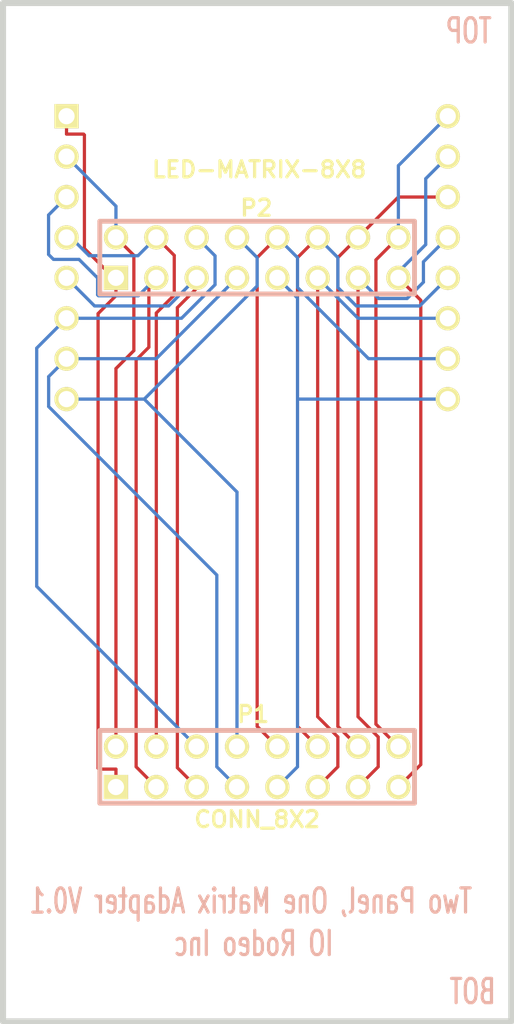
<source format=kicad_pcb>
(kicad_pcb (version 20171130) (host pcbnew 5.1.10)

  (general
    (thickness 1.6002)
    (drawings 8)
    (tracks 119)
    (zones 0)
    (modules 3)
    (nets 17)
  )

  (page A4)
  (title_block
    (date "17 apr 2013")
  )

  (layers
    (0 Front signal)
    (31 Back signal)
    (32 B.Adhes user)
    (33 F.Adhes user)
    (34 B.Paste user)
    (35 F.Paste user)
    (36 B.SilkS user)
    (37 F.SilkS user)
    (38 B.Mask user)
    (39 F.Mask user)
    (40 Dwgs.User user)
    (41 Cmts.User user)
    (42 Eco1.User user)
    (43 Eco2.User user)
    (44 Edge.Cuts user)
  )

  (setup
    (last_trace_width 0.2032)
    (trace_clearance 0.254)
    (zone_clearance 0.508)
    (zone_45_only no)
    (trace_min 0.2032)
    (via_size 0.889)
    (via_drill 0.635)
    (via_min_size 0.889)
    (via_min_drill 0.508)
    (uvia_size 0.508)
    (uvia_drill 0.127)
    (uvias_allowed no)
    (uvia_min_size 0.508)
    (uvia_min_drill 0.127)
    (edge_width 0.381)
    (segment_width 0.381)
    (pcb_text_width 0.3048)
    (pcb_text_size 1.524 2.032)
    (mod_edge_width 0.381)
    (mod_text_size 1.524 1.524)
    (mod_text_width 0.3048)
    (pad_size 1.524 1.524)
    (pad_drill 0.8128)
    (pad_to_mask_clearance 0.254)
    (aux_axis_origin 0 0)
    (visible_elements FFFFFF7F)
    (pcbplotparams
      (layerselection 0x00030_ffffffff)
      (usegerberextensions true)
      (usegerberattributes true)
      (usegerberadvancedattributes true)
      (creategerberjobfile true)
      (excludeedgelayer true)
      (linewidth 0.150000)
      (plotframeref false)
      (viasonmask false)
      (mode 1)
      (useauxorigin false)
      (hpglpennumber 1)
      (hpglpenspeed 20)
      (hpglpendiameter 15.000000)
      (psnegative false)
      (psa4output false)
      (plotreference true)
      (plotvalue true)
      (plotinvisibletext false)
      (padsonsilk false)
      (subtractmaskfromsilk false)
      (outputformat 1)
      (mirror false)
      (drillshape 1)
      (scaleselection 1)
      (outputdirectory ""))
  )

  (net 0 "")
  (net 1 /COL1)
  (net 2 /COL10)
  (net 3 /COL11)
  (net 4 /COL12)
  (net 5 /COL13)
  (net 6 /COL14)
  (net 7 /COL15)
  (net 8 /COL16)
  (net 9 /ROW1)
  (net 10 /ROW2)
  (net 11 /ROW3)
  (net 12 /ROW4)
  (net 13 /ROW5)
  (net 14 /ROW6)
  (net 15 /ROW7)
  (net 16 /ROW8)

  (net_class Default "This is the default net class."
    (clearance 0.254)
    (trace_width 0.2032)
    (via_dia 0.889)
    (via_drill 0.635)
    (uvia_dia 0.508)
    (uvia_drill 0.127)
    (add_net /COL1)
    (add_net /COL10)
    (add_net /COL11)
    (add_net /COL12)
    (add_net /COL13)
    (add_net /COL14)
    (add_net /COL15)
    (add_net /COL16)
    (add_net /ROW1)
    (add_net /ROW2)
    (add_net /ROW3)
    (add_net /ROW4)
    (add_net /ROW5)
    (add_net /ROW6)
    (add_net /ROW7)
    (add_net /ROW8)
  )

  (module pin_array_8x2_custom (layer Front) (tedit 51687AC4) (tstamp 516879BA)
    (at 66.79946 98.80092)
    (descr "Double rangee de contacts 2 x 8 pins")
    (tags CONN)
    (path /5161B211)
    (fp_text reference P1 (at -0.254 -3.302) (layer F.SilkS)
      (effects (font (size 1.016 1.016) (thickness 0.2032)))
    )
    (fp_text value CONN_8X2 (at 0 3.302) (layer F.SilkS)
      (effects (font (size 1.016 1.016) (thickness 0.2032)))
    )
    (fp_line (start -9.906 2.286) (end -9.906 -2.286) (layer B.SilkS) (width 0.3048))
    (fp_line (start -9.906 -2.286) (end 9.906 -2.286) (layer B.SilkS) (width 0.3048))
    (fp_line (start 9.906 -2.286) (end 9.906 2.286) (layer B.SilkS) (width 0.3048))
    (fp_line (start 9.906 2.286) (end -9.906 2.286) (layer B.SilkS) (width 0.3048))
    (pad 1 thru_hole rect (at -8.89 1.27) (size 1.524 1.524) (drill 1.016) (layers *.Cu *.Mask F.SilkS)
      (net 13 /ROW5))
    (pad 2 thru_hole circle (at -8.89 -1.27) (size 1.524 1.524) (drill 1.016) (layers *.Cu *.Mask F.SilkS)
      (net 15 /ROW7))
    (pad 3 thru_hole circle (at -6.35 1.27) (size 1.524 1.524) (drill 1.016) (layers *.Cu *.Mask F.SilkS)
      (net 2 /COL10))
    (pad 4 thru_hole circle (at -6.35 -1.27) (size 1.524 1.524) (drill 1.016) (layers *.Cu *.Mask F.SilkS)
      (net 3 /COL11))
    (pad 5 thru_hole circle (at -3.81 1.27) (size 1.524 1.524) (drill 1.016) (layers *.Cu *.Mask F.SilkS)
      (net 16 /ROW8))
    (pad 6 thru_hole circle (at -3.81 -1.27) (size 1.524 1.524) (drill 1.016) (layers *.Cu *.Mask F.SilkS)
      (net 5 /COL13))
    (pad 7 thru_hole circle (at -1.27 1.27) (size 1.524 1.524) (drill 1.016) (layers *.Cu *.Mask F.SilkS)
      (net 14 /ROW6))
    (pad 8 thru_hole circle (at -1.27 -1.27) (size 1.524 1.524) (drill 1.016) (layers *.Cu *.Mask F.SilkS)
      (net 11 /ROW3))
    (pad 9 thru_hole circle (at 1.27 1.27) (size 1.524 1.524) (drill 1.016) (layers *.Cu *.Mask F.SilkS)
      (net 9 /ROW1))
    (pad 10 thru_hole circle (at 1.27 -1.27) (size 1.524 1.524) (drill 1.016) (layers *.Cu *.Mask F.SilkS)
      (net 4 /COL12))
    (pad 11 thru_hole circle (at 3.81 1.27) (size 1.524 1.524) (drill 1.016) (layers *.Cu *.Mask F.SilkS)
      (net 6 /COL14))
    (pad 12 thru_hole circle (at 3.81 -1.27) (size 1.524 1.524) (drill 1.016) (layers *.Cu *.Mask F.SilkS)
      (net 12 /ROW4))
    (pad 13 thru_hole circle (at 6.35 1.27) (size 1.524 1.524) (drill 1.016) (layers *.Cu *.Mask F.SilkS)
      (net 1 /COL1))
    (pad 14 thru_hole circle (at 6.35 -1.27) (size 1.524 1.524) (drill 1.016) (layers *.Cu *.Mask F.SilkS)
      (net 10 /ROW2))
    (pad 15 thru_hole circle (at 8.89 1.27) (size 1.524 1.524) (drill 1.016) (layers *.Cu *.Mask F.SilkS)
      (net 7 /COL15))
    (pad 16 thru_hole circle (at 8.89 -1.27) (size 1.524 1.524) (drill 1.016) (layers *.Cu *.Mask F.SilkS)
      (net 8 /COL16))
    (model pin_array/pins_array_8x2.wrl
      (at (xyz 0 0 0))
      (scale (xyz 1 1 1))
      (rotate (xyz 0 0 0))
    )
  )

  (module pin_array_8x2_custom (layer Front) (tedit 51687A91) (tstamp 516879BC)
    (at 66.79946 66.79946)
    (descr "Double rangee de contacts 2 x 8 pins")
    (tags CONN)
    (path /5161BB2B)
    (fp_text reference P2 (at -0.04826 -3.12166) (layer F.SilkS)
      (effects (font (size 1.016 1.016) (thickness 0.2032)))
    )
    (fp_text value CONN_8X2 (at 0 3.302) (layer F.SilkS) hide
      (effects (font (size 1.016 1.016) (thickness 0.2032)))
    )
    (fp_line (start -9.906 2.286) (end -9.906 -2.286) (layer B.SilkS) (width 0.3048))
    (fp_line (start -9.906 -2.286) (end 9.906 -2.286) (layer B.SilkS) (width 0.3048))
    (fp_line (start 9.906 -2.286) (end 9.906 2.286) (layer B.SilkS) (width 0.3048))
    (fp_line (start 9.906 2.286) (end -9.906 2.286) (layer B.SilkS) (width 0.3048))
    (pad 1 thru_hole rect (at -8.89 1.27) (size 1.524 1.524) (drill 1.016) (layers *.Cu *.Mask F.SilkS)
      (net 13 /ROW5))
    (pad 2 thru_hole circle (at -8.89 -1.27) (size 1.524 1.524) (drill 1.016) (layers *.Cu *.Mask F.SilkS)
      (net 15 /ROW7))
    (pad 3 thru_hole circle (at -6.35 1.27) (size 1.524 1.524) (drill 1.016) (layers *.Cu *.Mask F.SilkS)
      (net 2 /COL10))
    (pad 4 thru_hole circle (at -6.35 -1.27) (size 1.524 1.524) (drill 1.016) (layers *.Cu *.Mask F.SilkS)
      (net 3 /COL11))
    (pad 5 thru_hole circle (at -3.81 1.27) (size 1.524 1.524) (drill 1.016) (layers *.Cu *.Mask F.SilkS)
      (net 16 /ROW8))
    (pad 6 thru_hole circle (at -3.81 -1.27) (size 1.524 1.524) (drill 1.016) (layers *.Cu *.Mask F.SilkS)
      (net 5 /COL13))
    (pad 7 thru_hole circle (at -1.27 1.27) (size 1.524 1.524) (drill 1.016) (layers *.Cu *.Mask F.SilkS)
      (net 14 /ROW6))
    (pad 8 thru_hole circle (at -1.27 -1.27) (size 1.524 1.524) (drill 1.016) (layers *.Cu *.Mask F.SilkS)
      (net 11 /ROW3))
    (pad 9 thru_hole circle (at 1.27 1.27) (size 1.524 1.524) (drill 1.016) (layers *.Cu *.Mask F.SilkS)
      (net 9 /ROW1))
    (pad 10 thru_hole circle (at 1.27 -1.27) (size 1.524 1.524) (drill 1.016) (layers *.Cu *.Mask F.SilkS)
      (net 4 /COL12))
    (pad 11 thru_hole circle (at 3.81 1.27) (size 1.524 1.524) (drill 1.016) (layers *.Cu *.Mask F.SilkS)
      (net 6 /COL14))
    (pad 12 thru_hole circle (at 3.81 -1.27) (size 1.524 1.524) (drill 1.016) (layers *.Cu *.Mask F.SilkS)
      (net 12 /ROW4))
    (pad 13 thru_hole circle (at 6.35 1.27) (size 1.524 1.524) (drill 1.016) (layers *.Cu *.Mask F.SilkS)
      (net 1 /COL1))
    (pad 14 thru_hole circle (at 6.35 -1.27) (size 1.524 1.524) (drill 1.016) (layers *.Cu *.Mask F.SilkS)
      (net 10 /ROW2))
    (pad 15 thru_hole circle (at 8.89 1.27) (size 1.524 1.524) (drill 1.016) (layers *.Cu *.Mask F.SilkS)
      (net 7 /COL15))
    (pad 16 thru_hole circle (at 8.89 -1.27) (size 1.524 1.524) (drill 1.016) (layers *.Cu *.Mask F.SilkS)
      (net 8 /COL16))
    (model pin_array/pins_array_8x2.wrl
      (at (xyz 0 0 0))
      (scale (xyz 1 1 1))
      (rotate (xyz 0 0 0))
    )
  )

  (module LED_8x8 (layer Front) (tedit 51688D76) (tstamp 516879BD)
    (at 66.79946 66.79946)
    (descr "LED 8x8 Matrix w/ 8x1 Peel-A-Way connectors (terminal type 210)")
    (tags LED)
    (path /5161B1D4)
    (fp_text reference M1 (at -14.47546 -8.65886) (layer F.SilkS) hide
      (effects (font (size 1.016 1.016) (thickness 0.2032)))
    )
    (fp_text value LED-MATRIX-8X8 (at 0.12954 -5.53466) (layer F.SilkS)
      (effects (font (size 1.016 1.016) (thickness 0.2032)))
    )
    (fp_line (start 15.99946 15.99946) (end -15.99946 15.99946) (layer Dwgs.User) (width 0.3048))
    (fp_line (start -15.99946 15.99946) (end -15.99946 -15.99946) (layer Dwgs.User) (width 0.3048))
    (fp_line (start -15.99946 -15.99946) (end 15.99946 -15.99946) (layer Dwgs.User) (width 0.3048))
    (fp_line (start 15.99946 -15.99946) (end 15.99946 15.99946) (layer Dwgs.User) (width 0.3048))
    (fp_line (start 10.72896 9.90854) (end 10.72896 -9.90346) (layer Dwgs.User) (width 0.3048))
    (fp_line (start 13.26896 -9.90346) (end 13.26896 9.90854) (layer Dwgs.User) (width 0.3048))
    (fp_line (start 13.26896 -9.90346) (end 10.72896 -9.90346) (layer Dwgs.User) (width 0.3048))
    (fp_line (start 13.26896 9.90854) (end 10.72896 9.90854) (layer Dwgs.User) (width 0.3048))
    (fp_line (start -10.7315 9.90854) (end -13.2715 9.90854) (layer Dwgs.User) (width 0.3048))
    (fp_line (start -10.7315 -9.90346) (end -13.2715 -9.90346) (layer Dwgs.User) (width 0.3048))
    (fp_line (start -10.7315 -9.90346) (end -10.7315 9.90854) (layer Dwgs.User) (width 0.3048))
    (fp_line (start -13.2715 9.90854) (end -13.2715 -9.90346) (layer Dwgs.User) (width 0.3048))
    (pad 9 thru_hole circle (at 11.99896 8.89254 270) (size 1.524 1.524) (drill 1.016) (layers *.Cu *.Mask F.SilkS)
      (net 9 /ROW1))
    (pad 10 thru_hole circle (at 11.99896 6.35254 270) (size 1.524 1.524) (drill 1.016) (layers *.Cu *.Mask F.SilkS)
      (net 4 /COL12))
    (pad 11 thru_hole circle (at 11.99896 3.81254 270) (size 1.524 1.524) (drill 1.016) (layers *.Cu *.Mask F.SilkS)
      (net 6 /COL14))
    (pad 12 thru_hole circle (at 11.99896 1.27254 270) (size 1.524 1.524) (drill 1.016) (layers *.Cu *.Mask F.SilkS)
      (net 12 /ROW4))
    (pad 13 thru_hole circle (at 11.99896 -1.26746 270) (size 1.524 1.524) (drill 1.016) (layers *.Cu *.Mask F.SilkS)
      (net 1 /COL1))
    (pad 14 thru_hole circle (at 11.99896 -3.80746 270) (size 1.524 1.524) (drill 1.016) (layers *.Cu *.Mask F.SilkS)
      (net 10 /ROW2))
    (pad 15 thru_hole circle (at 11.99896 -6.34746 270) (size 1.524 1.524) (drill 1.016) (layers *.Cu *.Mask F.SilkS)
      (net 7 /COL15))
    (pad 16 thru_hole circle (at 11.99896 -8.88746 180) (size 1.524 1.524) (drill 1.016) (layers *.Cu *.Mask F.SilkS)
      (net 8 /COL16))
    (pad 1 thru_hole rect (at -12.0015 -8.88746 180) (size 1.524 1.524) (drill 1.016) (layers *.Cu *.Mask F.SilkS)
      (net 13 /ROW5))
    (pad 2 thru_hole circle (at -12.0015 -6.34746 270) (size 1.524 1.524) (drill 1.016) (layers *.Cu *.Mask F.SilkS)
      (net 15 /ROW7))
    (pad 3 thru_hole circle (at -12.0015 -3.80746 270) (size 1.524 1.524) (drill 1.016) (layers *.Cu *.Mask F.SilkS)
      (net 2 /COL10))
    (pad 4 thru_hole circle (at -12.0015 -1.26746 270) (size 1.524 1.524) (drill 1.016) (layers *.Cu *.Mask F.SilkS)
      (net 3 /COL11))
    (pad 5 thru_hole circle (at -12.0015 1.27254 270) (size 1.524 1.524) (drill 1.016) (layers *.Cu *.Mask F.SilkS)
      (net 16 /ROW8))
    (pad 6 thru_hole circle (at -12.0015 3.81254 270) (size 1.524 1.524) (drill 1.016) (layers *.Cu *.Mask F.SilkS)
      (net 5 /COL13))
    (pad 7 thru_hole circle (at -12.0015 6.35254 270) (size 1.524 1.524) (drill 1.016) (layers *.Cu *.Mask F.SilkS)
      (net 14 /ROW6))
    (pad 8 thru_hole circle (at -12.0015 8.89254 270) (size 1.524 1.524) (drill 1.016) (layers *.Cu *.Mask F.SilkS)
      (net 11 /ROW3))
  )

  (gr_text "IO Rodeo Inc" (at 66.5734 109.9058) (layer B.SilkS)
    (effects (font (size 1.524 1.016) (thickness 0.2032)) (justify mirror))
  )
  (gr_text "Two Panel, One Matrix Adapter V0.1" (at 66.3956 107.2388) (layer B.SilkS)
    (effects (font (size 1.524 1.016) (thickness 0.2032)) (justify mirror))
  )
  (gr_text BOT (at 80.3656 112.9284) (layer B.SilkS)
    (effects (font (size 1.524 1.016) (thickness 0.2032)) (justify mirror))
  )
  (gr_text TOP (at 80.1116 52.5526) (layer B.SilkS)
    (effects (font (size 1.524 1.016) (thickness 0.2032)) (justify mirror))
  )
  (gr_line (start 82.79892 50.8) (end 50.8 50.8) (angle 90) (layer Edge.Cuts) (width 0.381))
  (gr_line (start 82.79892 114.80038) (end 82.79892 50.8) (angle 90) (layer Edge.Cuts) (width 0.381))
  (gr_line (start 50.8 114.80038) (end 82.79892 114.80038) (angle 90) (layer Edge.Cuts) (width 0.381))
  (gr_line (start 50.8 50.8) (end 50.8 114.80038) (angle 90) (layer Edge.Cuts) (width 0.381))

  (segment (start 74.41946 98.80092) (end 73.14946 100.07092) (width 0.2032) (layer Front) (net 1) (status 800000))
  (segment (start 74.41946 96.92386) (end 74.41946 98.80092) (width 0.2032) (layer Front) (net 1))
  (segment (start 73.14946 95.65386) (end 74.41946 96.92386) (width 0.2032) (layer Front) (net 1))
  (segment (start 73.14946 68.06946) (end 73.14946 95.65386) (width 0.2032) (layer Front) (net 1) (status 400000))
  (segment (start 74.44994 69.36994) (end 73.14946 68.06946) (width 0.2032) (layer Back) (net 1) (status 800000))
  (segment (start 76.24064 69.36994) (end 74.44994 69.36994) (width 0.2032) (layer Back) (net 1))
  (segment (start 77.2668 68.34378) (end 76.24064 69.36994) (width 0.2032) (layer Back) (net 1))
  (segment (start 77.2668 67.06362) (end 77.2668 68.34378) (width 0.2032) (layer Back) (net 1))
  (segment (start 78.79842 65.532) (end 77.2668 67.06362) (width 0.2032) (layer Back) (net 1) (status 400000))
  (segment (start 59.17946 98.80092) (end 60.44946 100.07092) (width 0.2032) (layer Front) (net 2) (status 800000))
  (segment (start 59.17946 73.23328) (end 59.17946 98.80092) (width 0.2032) (layer Front) (net 2))
  (segment (start 59.9821 72.43064) (end 59.17946 73.23328) (width 0.2032) (layer Front) (net 2))
  (segment (start 59.9821 68.53682) (end 59.9821 72.43064) (width 0.2032) (layer Front) (net 2))
  (segment (start 60.44946 68.06946) (end 59.9821 68.53682) (width 0.2032) (layer Front) (net 2) (status 400000))
  (segment (start 59.3217 69.19722) (end 60.44946 68.06946) (width 0.2032) (layer Back) (net 2) (status 800000))
  (segment (start 56.80964 69.19722) (end 59.3217 69.19722) (width 0.2032) (layer Back) (net 2))
  (segment (start 56.75376 69.14134) (end 56.80964 69.19722) (width 0.2032) (layer Back) (net 2))
  (segment (start 56.75376 68.07962) (end 56.75376 69.14134) (width 0.2032) (layer Back) (net 2))
  (segment (start 55.58536 66.91122) (end 56.75376 68.07962) (width 0.2032) (layer Back) (net 2))
  (segment (start 53.975 66.91122) (end 55.58536 66.91122) (width 0.2032) (layer Back) (net 2))
  (segment (start 53.66766 66.60388) (end 53.975 66.91122) (width 0.2032) (layer Back) (net 2))
  (segment (start 53.66766 64.1223) (end 53.66766 66.60388) (width 0.2032) (layer Back) (net 2))
  (segment (start 54.79796 62.992) (end 53.66766 64.1223) (width 0.2032) (layer Back) (net 2) (status 400000))
  (segment (start 60.44946 70.2818) (end 60.44946 97.53092) (width 0.2032) (layer Front) (net 3) (status 800000))
  (segment (start 61.57976 69.1515) (end 60.44946 70.2818) (width 0.2032) (layer Front) (net 3))
  (segment (start 61.57976 66.65976) (end 61.57976 69.1515) (width 0.2032) (layer Front) (net 3))
  (segment (start 60.44946 65.52946) (end 61.57976 66.65976) (width 0.2032) (layer Front) (net 3) (status 400000))
  (segment (start 55.0672 65.532) (end 54.79796 65.532) (width 0.2032) (layer Back) (net 3) (status 800000))
  (segment (start 56.21528 66.68008) (end 55.0672 65.532) (width 0.2032) (layer Back) (net 3))
  (segment (start 59.29884 66.68008) (end 56.21528 66.68008) (width 0.2032) (layer Back) (net 3))
  (segment (start 60.44946 65.52946) (end 59.29884 66.68008) (width 0.2032) (layer Back) (net 3) (status 400000))
  (segment (start 66.79946 96.26092) (end 68.06946 97.53092) (width 0.2032) (layer Front) (net 4) (status 800000))
  (segment (start 66.79946 66.79946) (end 66.79946 96.26092) (width 0.2032) (layer Front) (net 4))
  (segment (start 68.06946 65.52946) (end 66.79946 66.79946) (width 0.2032) (layer Front) (net 4) (status 400000))
  (segment (start 69.33946 66.79946) (end 68.06946 65.52946) (width 0.2032) (layer Back) (net 4) (status 800000))
  (segment (start 69.33946 68.67652) (end 69.33946 66.79946) (width 0.2032) (layer Back) (net 4))
  (segment (start 73.81494 73.152) (end 69.33946 68.67652) (width 0.2032) (layer Back) (net 4))
  (segment (start 78.79842 73.152) (end 73.81494 73.152) (width 0.2032) (layer Back) (net 4) (status 400000))
  (segment (start 52.9209 87.46236) (end 62.98946 97.53092) (width 0.2032) (layer Back) (net 5) (status 800000))
  (segment (start 52.9209 72.48906) (end 52.9209 87.46236) (width 0.2032) (layer Back) (net 5))
  (segment (start 54.79796 70.612) (end 52.9209 72.48906) (width 0.2032) (layer Back) (net 5) (status 400000))
  (segment (start 62.0395 70.612) (end 54.79796 70.612) (width 0.2032) (layer Back) (net 5) (status 800000))
  (segment (start 64.1477 68.5038) (end 62.0395 70.612) (width 0.2032) (layer Back) (net 5))
  (segment (start 64.1477 66.6877) (end 64.1477 68.5038) (width 0.2032) (layer Back) (net 5))
  (segment (start 62.98946 65.52946) (end 64.1477 66.6877) (width 0.2032) (layer Back) (net 5) (status 400000))
  (segment (start 73.152 70.612) (end 78.79842 70.612) (width 0.2032) (layer Back) (net 6) (status 800000))
  (segment (start 70.60946 68.06946) (end 73.152 70.612) (width 0.2032) (layer Back) (net 6) (status 400000))
  (segment (start 71.87946 98.80092) (end 70.60946 100.07092) (width 0.2032) (layer Front) (net 6) (status 800000))
  (segment (start 71.87946 96.92386) (end 71.87946 98.80092) (width 0.2032) (layer Front) (net 6))
  (segment (start 70.60946 95.65386) (end 71.87946 96.92386) (width 0.2032) (layer Front) (net 6))
  (segment (start 70.60946 68.06946) (end 70.60946 95.65386) (width 0.2032) (layer Front) (net 6) (status 400000))
  (segment (start 75.68946 67.70116) (end 75.68946 68.06946) (width 0.2032) (layer Back) (net 7) (status 800000))
  (segment (start 77.41158 65.97904) (end 75.68946 67.70116) (width 0.2032) (layer Back) (net 7))
  (segment (start 77.41158 61.83884) (end 77.41158 65.97904) (width 0.2032) (layer Back) (net 7))
  (segment (start 78.79842 60.452) (end 77.41158 61.83884) (width 0.2032) (layer Back) (net 7) (status 400000))
  (segment (start 77.1017 98.65868) (end 75.68946 100.07092) (width 0.2032) (layer Front) (net 7) (status 800000))
  (segment (start 77.1017 69.4817) (end 77.1017 98.65868) (width 0.2032) (layer Front) (net 7))
  (segment (start 75.68946 68.06946) (end 77.1017 69.4817) (width 0.2032) (layer Front) (net 7) (status 400000))
  (segment (start 75.68946 61.02096) (end 75.68946 65.52946) (width 0.2032) (layer Back) (net 8) (status 800000))
  (segment (start 78.79842 57.912) (end 75.68946 61.02096) (width 0.2032) (layer Back) (net 8) (status 400000))
  (segment (start 74.27722 96.11868) (end 75.68946 97.53092) (width 0.2032) (layer Front) (net 8) (status 800000))
  (segment (start 74.27722 66.9417) (end 74.27722 96.11868) (width 0.2032) (layer Front) (net 8))
  (segment (start 75.68946 65.52946) (end 74.27722 66.9417) (width 0.2032) (layer Front) (net 8) (status 400000))
  (segment (start 78.79842 75.692) (end 69.33946 75.692) (width 0.2032) (layer Back) (net 9) (status 400000))
  (segment (start 69.33946 69.33946) (end 69.33946 75.692) (width 0.2032) (layer Back) (net 9))
  (segment (start 68.06946 68.06946) (end 69.33946 69.33946) (width 0.2032) (layer Back) (net 9) (status 400000))
  (segment (start 69.33946 98.80092) (end 68.06946 100.07092) (width 0.2032) (layer Back) (net 9) (status 800000))
  (segment (start 69.33946 75.692) (end 69.33946 98.80092) (width 0.2032) (layer Back) (net 9))
  (segment (start 75.68692 62.992) (end 73.14946 65.52946) (width 0.2032) (layer Front) (net 10) (status 800000))
  (segment (start 78.79842 62.992) (end 75.68692 62.992) (width 0.2032) (layer Front) (net 10) (status 400000))
  (segment (start 71.87946 96.26092) (end 73.14946 97.53092) (width 0.2032) (layer Front) (net 10) (status 800000))
  (segment (start 71.87946 66.79946) (end 71.87946 96.26092) (width 0.2032) (layer Front) (net 10))
  (segment (start 73.14946 65.52946) (end 71.87946 66.79946) (width 0.2032) (layer Front) (net 10) (status 400000))
  (segment (start 65.52946 81.53146) (end 65.52946 97.53092) (width 0.2032) (layer Back) (net 11) (status 800000))
  (segment (start 59.69 75.692) (end 65.52946 81.53146) (width 0.2032) (layer Back) (net 11))
  (segment (start 54.79796 75.692) (end 59.69 75.692) (width 0.2032) (layer Back) (net 11) (status 400000))
  (segment (start 66.79946 66.79946) (end 65.52946 65.52946) (width 0.2032) (layer Back) (net 11) (status 800000))
  (segment (start 66.79946 68.58254) (end 66.79946 66.79946) (width 0.2032) (layer Back) (net 11))
  (segment (start 59.69 75.692) (end 66.79946 68.58254) (width 0.2032) (layer Back) (net 11))
  (segment (start 69.33946 96.26092) (end 70.60946 97.53092) (width 0.2032) (layer Front) (net 12) (status 800000))
  (segment (start 69.33946 66.79946) (end 69.33946 96.26092) (width 0.2032) (layer Front) (net 12))
  (segment (start 70.60946 65.52946) (end 69.33946 66.79946) (width 0.2032) (layer Front) (net 12) (status 400000))
  (segment (start 71.87946 66.79946) (end 70.60946 65.52946) (width 0.2032) (layer Back) (net 12) (status 800000))
  (segment (start 71.87946 68.67652) (end 71.87946 66.79946) (width 0.2032) (layer Back) (net 12))
  (segment (start 73.04024 69.8373) (end 71.87946 68.67652) (width 0.2032) (layer Back) (net 12))
  (segment (start 77.03312 69.8373) (end 73.04024 69.8373) (width 0.2032) (layer Back) (net 12))
  (segment (start 78.79842 68.072) (end 77.03312 69.8373) (width 0.2032) (layer Back) (net 12) (status 400000))
  (segment (start 56.78424 70.3199) (end 57.90946 69.19468) (width 0.2032) (layer Front) (net 13))
  (segment (start 56.78424 98.88982) (end 56.78424 70.3199) (width 0.2032) (layer Front) (net 13))
  (segment (start 56.84012 98.9457) (end 56.78424 98.88982) (width 0.2032) (layer Front) (net 13))
  (segment (start 57.90946 98.9457) (end 56.84012 98.9457) (width 0.2032) (layer Front) (net 13))
  (segment (start 57.90946 100.07092) (end 57.90946 98.9457) (width 0.2032) (layer Front) (net 13) (status 400000))
  (segment (start 55.92318 66.22542) (end 57.90946 68.2117) (width 0.2032) (layer Front) (net 13))
  (segment (start 55.92318 59.0931) (end 55.92318 66.22542) (width 0.2032) (layer Front) (net 13))
  (segment (start 55.8673 59.03722) (end 55.92318 59.0931) (width 0.2032) (layer Front) (net 13))
  (segment (start 54.79796 59.03722) (end 55.8673 59.03722) (width 0.2032) (layer Front) (net 13))
  (segment (start 57.90946 68.06946) (end 57.90946 68.2117) (width 0.2032) (layer Front) (net 13) (status 400000))
  (segment (start 57.90946 68.2117) (end 57.90946 69.19468) (width 0.2032) (layer Front) (net 13))
  (segment (start 54.79796 57.912) (end 54.79796 59.03722) (width 0.2032) (layer Front) (net 13) (status 400000))
  (segment (start 53.67274 74.27722) (end 54.79796 73.152) (width 0.2032) (layer Back) (net 14) (status 800000))
  (segment (start 53.67274 76.1619) (end 53.67274 74.27722) (width 0.2032) (layer Back) (net 14))
  (segment (start 64.25946 86.74862) (end 53.67274 76.1619) (width 0.2032) (layer Back) (net 14))
  (segment (start 64.25946 98.80092) (end 64.25946 86.74862) (width 0.2032) (layer Back) (net 14))
  (segment (start 65.52946 100.07092) (end 64.25946 98.80092) (width 0.2032) (layer Back) (net 14) (status 400000))
  (segment (start 60.44692 73.152) (end 65.52946 68.06946) (width 0.2032) (layer Back) (net 14) (status 800000))
  (segment (start 54.79796 73.152) (end 60.44692 73.152) (width 0.2032) (layer Back) (net 14) (status 400000))
  (segment (start 57.90946 73.77176) (end 57.90946 97.53092) (width 0.2032) (layer Front) (net 15) (status 800000))
  (segment (start 59.03722 72.644) (end 57.90946 73.77176) (width 0.2032) (layer Front) (net 15))
  (segment (start 59.03722 66.65722) (end 59.03722 72.644) (width 0.2032) (layer Front) (net 15))
  (segment (start 57.90946 65.52946) (end 59.03722 66.65722) (width 0.2032) (layer Front) (net 15) (status 400000))
  (segment (start 57.90946 63.5635) (end 57.90946 65.52946) (width 0.2032) (layer Back) (net 15) (status 800000))
  (segment (start 54.79796 60.452) (end 57.90946 63.5635) (width 0.2032) (layer Back) (net 15) (status 400000))
  (segment (start 62.98946 68.72986) (end 62.98946 68.06946) (width 0.2032) (layer Front) (net 16) (status 800000))
  (segment (start 61.77534 69.94398) (end 62.98946 68.72986) (width 0.2032) (layer Front) (net 16))
  (segment (start 61.77534 98.8568) (end 61.77534 69.94398) (width 0.2032) (layer Front) (net 16))
  (segment (start 62.98946 100.07092) (end 61.77534 98.8568) (width 0.2032) (layer Front) (net 16) (status 400000))
  (segment (start 61.22162 69.8373) (end 62.98946 68.06946) (width 0.2032) (layer Back) (net 16) (status 800000))
  (segment (start 56.56326 69.8373) (end 61.22162 69.8373) (width 0.2032) (layer Back) (net 16))
  (segment (start 54.79796 68.072) (end 56.56326 69.8373) (width 0.2032) (layer Back) (net 16) (status 400000))

)

</source>
